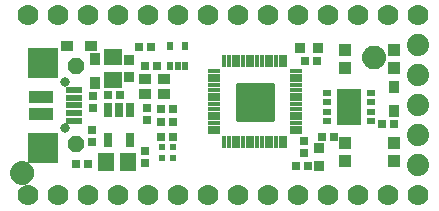
<source format=gbr>
G04 EAGLE Gerber RS-274X export*
G75*
%MOMM*%
%FSLAX34Y34*%
%LPD*%
%INSoldermask Top*%
%IPPOS*%
%AMOC8*
5,1,8,0,0,1.08239X$1,22.5*%
G01*
%ADD10R,1.601600X1.341600*%
%ADD11R,1.341600X1.601600*%
%ADD12R,0.901600X0.901600*%
%ADD13R,0.701600X0.701600*%
%ADD14C,1.101600*%
%ADD15C,0.469900*%
%ADD16C,0.801600*%
%ADD17R,2.514600X2.514600*%
%ADD18P,1.525737X8X112.500000*%
%ADD19P,1.525737X8X292.500000*%
%ADD20R,1.451600X0.501600*%
%ADD21R,2.101600X1.101600*%
%ADD22R,0.651600X1.301600*%
%ADD23R,0.501600X0.801600*%
%ADD24R,1.101600X0.901600*%
%ADD25C,1.778000*%
%ADD26R,0.901600X1.101600*%
%ADD27C,1.879600*%
%ADD28R,0.701600X0.501600*%
%ADD29R,2.101600X3.101600*%
%ADD30R,0.301600X0.976600*%
%ADD31R,0.976600X0.301600*%
%ADD32C,0.429206*%
%ADD33R,1.001600X0.851600*%
%ADD34R,1.001600X1.001600*%
%ADD35R,0.601600X0.601600*%


D10*
X85071Y110819D03*
X85071Y129819D03*
D11*
X97800Y41125D03*
X78800Y41125D03*
D12*
X98825Y112676D03*
X98825Y127676D03*
D13*
X117475Y138049D03*
X107315Y138049D03*
D14*
X306070Y129540D03*
D15*
X313570Y129540D02*
X313568Y129721D01*
X313561Y129902D01*
X313550Y130083D01*
X313535Y130264D01*
X313515Y130444D01*
X313491Y130624D01*
X313463Y130803D01*
X313430Y130981D01*
X313393Y131158D01*
X313352Y131335D01*
X313307Y131510D01*
X313257Y131685D01*
X313203Y131858D01*
X313145Y132029D01*
X313083Y132200D01*
X313016Y132368D01*
X312946Y132535D01*
X312872Y132701D01*
X312793Y132864D01*
X312711Y133025D01*
X312625Y133185D01*
X312535Y133342D01*
X312441Y133497D01*
X312344Y133650D01*
X312242Y133800D01*
X312138Y133948D01*
X312029Y134094D01*
X311918Y134236D01*
X311802Y134376D01*
X311684Y134513D01*
X311562Y134648D01*
X311437Y134779D01*
X311309Y134907D01*
X311178Y135032D01*
X311043Y135154D01*
X310906Y135272D01*
X310766Y135388D01*
X310624Y135499D01*
X310478Y135608D01*
X310330Y135712D01*
X310180Y135814D01*
X310027Y135911D01*
X309872Y136005D01*
X309715Y136095D01*
X309555Y136181D01*
X309394Y136263D01*
X309231Y136342D01*
X309065Y136416D01*
X308898Y136486D01*
X308730Y136553D01*
X308559Y136615D01*
X308388Y136673D01*
X308215Y136727D01*
X308040Y136777D01*
X307865Y136822D01*
X307688Y136863D01*
X307511Y136900D01*
X307333Y136933D01*
X307154Y136961D01*
X306974Y136985D01*
X306794Y137005D01*
X306613Y137020D01*
X306432Y137031D01*
X306251Y137038D01*
X306070Y137040D01*
X313570Y129540D02*
X313568Y129359D01*
X313561Y129178D01*
X313550Y128997D01*
X313535Y128816D01*
X313515Y128636D01*
X313491Y128456D01*
X313463Y128277D01*
X313430Y128099D01*
X313393Y127922D01*
X313352Y127745D01*
X313307Y127570D01*
X313257Y127395D01*
X313203Y127222D01*
X313145Y127051D01*
X313083Y126880D01*
X313016Y126712D01*
X312946Y126545D01*
X312872Y126379D01*
X312793Y126216D01*
X312711Y126055D01*
X312625Y125895D01*
X312535Y125738D01*
X312441Y125583D01*
X312344Y125430D01*
X312242Y125280D01*
X312138Y125132D01*
X312029Y124986D01*
X311918Y124844D01*
X311802Y124704D01*
X311684Y124567D01*
X311562Y124432D01*
X311437Y124301D01*
X311309Y124173D01*
X311178Y124048D01*
X311043Y123926D01*
X310906Y123808D01*
X310766Y123692D01*
X310624Y123581D01*
X310478Y123472D01*
X310330Y123368D01*
X310180Y123266D01*
X310027Y123169D01*
X309872Y123075D01*
X309715Y122985D01*
X309555Y122899D01*
X309394Y122817D01*
X309231Y122738D01*
X309065Y122664D01*
X308898Y122594D01*
X308730Y122527D01*
X308559Y122465D01*
X308388Y122407D01*
X308215Y122353D01*
X308040Y122303D01*
X307865Y122258D01*
X307688Y122217D01*
X307511Y122180D01*
X307333Y122147D01*
X307154Y122119D01*
X306974Y122095D01*
X306794Y122075D01*
X306613Y122060D01*
X306432Y122049D01*
X306251Y122042D01*
X306070Y122040D01*
X305889Y122042D01*
X305708Y122049D01*
X305527Y122060D01*
X305346Y122075D01*
X305166Y122095D01*
X304986Y122119D01*
X304807Y122147D01*
X304629Y122180D01*
X304452Y122217D01*
X304275Y122258D01*
X304100Y122303D01*
X303925Y122353D01*
X303752Y122407D01*
X303581Y122465D01*
X303410Y122527D01*
X303242Y122594D01*
X303075Y122664D01*
X302909Y122738D01*
X302746Y122817D01*
X302585Y122899D01*
X302425Y122985D01*
X302268Y123075D01*
X302113Y123169D01*
X301960Y123266D01*
X301810Y123368D01*
X301662Y123472D01*
X301516Y123581D01*
X301374Y123692D01*
X301234Y123808D01*
X301097Y123926D01*
X300962Y124048D01*
X300831Y124173D01*
X300703Y124301D01*
X300578Y124432D01*
X300456Y124567D01*
X300338Y124704D01*
X300222Y124844D01*
X300111Y124986D01*
X300002Y125132D01*
X299898Y125280D01*
X299796Y125430D01*
X299699Y125583D01*
X299605Y125738D01*
X299515Y125895D01*
X299429Y126055D01*
X299347Y126216D01*
X299268Y126379D01*
X299194Y126545D01*
X299124Y126712D01*
X299057Y126880D01*
X298995Y127051D01*
X298937Y127222D01*
X298883Y127395D01*
X298833Y127570D01*
X298788Y127745D01*
X298747Y127922D01*
X298710Y128099D01*
X298677Y128277D01*
X298649Y128456D01*
X298625Y128636D01*
X298605Y128816D01*
X298590Y128997D01*
X298579Y129178D01*
X298572Y129359D01*
X298570Y129540D01*
X298572Y129721D01*
X298579Y129902D01*
X298590Y130083D01*
X298605Y130264D01*
X298625Y130444D01*
X298649Y130624D01*
X298677Y130803D01*
X298710Y130981D01*
X298747Y131158D01*
X298788Y131335D01*
X298833Y131510D01*
X298883Y131685D01*
X298937Y131858D01*
X298995Y132029D01*
X299057Y132200D01*
X299124Y132368D01*
X299194Y132535D01*
X299268Y132701D01*
X299347Y132864D01*
X299429Y133025D01*
X299515Y133185D01*
X299605Y133342D01*
X299699Y133497D01*
X299796Y133650D01*
X299898Y133800D01*
X300002Y133948D01*
X300111Y134094D01*
X300222Y134236D01*
X300338Y134376D01*
X300456Y134513D01*
X300578Y134648D01*
X300703Y134779D01*
X300831Y134907D01*
X300962Y135032D01*
X301097Y135154D01*
X301234Y135272D01*
X301374Y135388D01*
X301516Y135499D01*
X301662Y135608D01*
X301810Y135712D01*
X301960Y135814D01*
X302113Y135911D01*
X302268Y136005D01*
X302425Y136095D01*
X302585Y136181D01*
X302746Y136263D01*
X302909Y136342D01*
X303075Y136416D01*
X303242Y136486D01*
X303410Y136553D01*
X303581Y136615D01*
X303752Y136673D01*
X303925Y136727D01*
X304100Y136777D01*
X304275Y136822D01*
X304452Y136863D01*
X304629Y136900D01*
X304807Y136933D01*
X304986Y136961D01*
X305166Y136985D01*
X305346Y137005D01*
X305527Y137020D01*
X305708Y137031D01*
X305889Y137038D01*
X306070Y137040D01*
D14*
X8092Y31693D03*
D15*
X15592Y31693D02*
X15590Y31874D01*
X15583Y32055D01*
X15572Y32236D01*
X15557Y32417D01*
X15537Y32597D01*
X15513Y32777D01*
X15485Y32956D01*
X15452Y33134D01*
X15415Y33311D01*
X15374Y33488D01*
X15329Y33663D01*
X15279Y33838D01*
X15225Y34011D01*
X15167Y34182D01*
X15105Y34353D01*
X15038Y34521D01*
X14968Y34688D01*
X14894Y34854D01*
X14815Y35017D01*
X14733Y35178D01*
X14647Y35338D01*
X14557Y35495D01*
X14463Y35650D01*
X14366Y35803D01*
X14264Y35953D01*
X14160Y36101D01*
X14051Y36247D01*
X13940Y36389D01*
X13824Y36529D01*
X13706Y36666D01*
X13584Y36801D01*
X13459Y36932D01*
X13331Y37060D01*
X13200Y37185D01*
X13065Y37307D01*
X12928Y37425D01*
X12788Y37541D01*
X12646Y37652D01*
X12500Y37761D01*
X12352Y37865D01*
X12202Y37967D01*
X12049Y38064D01*
X11894Y38158D01*
X11737Y38248D01*
X11577Y38334D01*
X11416Y38416D01*
X11253Y38495D01*
X11087Y38569D01*
X10920Y38639D01*
X10752Y38706D01*
X10581Y38768D01*
X10410Y38826D01*
X10237Y38880D01*
X10062Y38930D01*
X9887Y38975D01*
X9710Y39016D01*
X9533Y39053D01*
X9355Y39086D01*
X9176Y39114D01*
X8996Y39138D01*
X8816Y39158D01*
X8635Y39173D01*
X8454Y39184D01*
X8273Y39191D01*
X8092Y39193D01*
X15592Y31693D02*
X15590Y31512D01*
X15583Y31331D01*
X15572Y31150D01*
X15557Y30969D01*
X15537Y30789D01*
X15513Y30609D01*
X15485Y30430D01*
X15452Y30252D01*
X15415Y30075D01*
X15374Y29898D01*
X15329Y29723D01*
X15279Y29548D01*
X15225Y29375D01*
X15167Y29204D01*
X15105Y29033D01*
X15038Y28865D01*
X14968Y28698D01*
X14894Y28532D01*
X14815Y28369D01*
X14733Y28208D01*
X14647Y28048D01*
X14557Y27891D01*
X14463Y27736D01*
X14366Y27583D01*
X14264Y27433D01*
X14160Y27285D01*
X14051Y27139D01*
X13940Y26997D01*
X13824Y26857D01*
X13706Y26720D01*
X13584Y26585D01*
X13459Y26454D01*
X13331Y26326D01*
X13200Y26201D01*
X13065Y26079D01*
X12928Y25961D01*
X12788Y25845D01*
X12646Y25734D01*
X12500Y25625D01*
X12352Y25521D01*
X12202Y25419D01*
X12049Y25322D01*
X11894Y25228D01*
X11737Y25138D01*
X11577Y25052D01*
X11416Y24970D01*
X11253Y24891D01*
X11087Y24817D01*
X10920Y24747D01*
X10752Y24680D01*
X10581Y24618D01*
X10410Y24560D01*
X10237Y24506D01*
X10062Y24456D01*
X9887Y24411D01*
X9710Y24370D01*
X9533Y24333D01*
X9355Y24300D01*
X9176Y24272D01*
X8996Y24248D01*
X8816Y24228D01*
X8635Y24213D01*
X8454Y24202D01*
X8273Y24195D01*
X8092Y24193D01*
X7911Y24195D01*
X7730Y24202D01*
X7549Y24213D01*
X7368Y24228D01*
X7188Y24248D01*
X7008Y24272D01*
X6829Y24300D01*
X6651Y24333D01*
X6474Y24370D01*
X6297Y24411D01*
X6122Y24456D01*
X5947Y24506D01*
X5774Y24560D01*
X5603Y24618D01*
X5432Y24680D01*
X5264Y24747D01*
X5097Y24817D01*
X4931Y24891D01*
X4768Y24970D01*
X4607Y25052D01*
X4447Y25138D01*
X4290Y25228D01*
X4135Y25322D01*
X3982Y25419D01*
X3832Y25521D01*
X3684Y25625D01*
X3538Y25734D01*
X3396Y25845D01*
X3256Y25961D01*
X3119Y26079D01*
X2984Y26201D01*
X2853Y26326D01*
X2725Y26454D01*
X2600Y26585D01*
X2478Y26720D01*
X2360Y26857D01*
X2244Y26997D01*
X2133Y27139D01*
X2024Y27285D01*
X1920Y27433D01*
X1818Y27583D01*
X1721Y27736D01*
X1627Y27891D01*
X1537Y28048D01*
X1451Y28208D01*
X1369Y28369D01*
X1290Y28532D01*
X1216Y28698D01*
X1146Y28865D01*
X1079Y29033D01*
X1017Y29204D01*
X959Y29375D01*
X905Y29548D01*
X855Y29723D01*
X810Y29898D01*
X769Y30075D01*
X732Y30252D01*
X699Y30430D01*
X671Y30609D01*
X647Y30789D01*
X627Y30969D01*
X612Y31150D01*
X601Y31331D01*
X594Y31512D01*
X592Y31693D01*
X594Y31874D01*
X601Y32055D01*
X612Y32236D01*
X627Y32417D01*
X647Y32597D01*
X671Y32777D01*
X699Y32956D01*
X732Y33134D01*
X769Y33311D01*
X810Y33488D01*
X855Y33663D01*
X905Y33838D01*
X959Y34011D01*
X1017Y34182D01*
X1079Y34353D01*
X1146Y34521D01*
X1216Y34688D01*
X1290Y34854D01*
X1369Y35017D01*
X1451Y35178D01*
X1537Y35338D01*
X1627Y35495D01*
X1721Y35650D01*
X1818Y35803D01*
X1920Y35953D01*
X2024Y36101D01*
X2133Y36247D01*
X2244Y36389D01*
X2360Y36529D01*
X2478Y36666D01*
X2600Y36801D01*
X2725Y36932D01*
X2853Y37060D01*
X2984Y37185D01*
X3119Y37307D01*
X3256Y37425D01*
X3396Y37541D01*
X3538Y37652D01*
X3684Y37761D01*
X3832Y37865D01*
X3982Y37967D01*
X4135Y38064D01*
X4290Y38158D01*
X4447Y38248D01*
X4607Y38334D01*
X4768Y38416D01*
X4931Y38495D01*
X5097Y38569D01*
X5264Y38639D01*
X5432Y38706D01*
X5603Y38768D01*
X5774Y38826D01*
X5947Y38880D01*
X6122Y38930D01*
X6297Y38975D01*
X6474Y39016D01*
X6651Y39053D01*
X6829Y39086D01*
X7008Y39114D01*
X7188Y39138D01*
X7368Y39158D01*
X7549Y39173D01*
X7730Y39184D01*
X7911Y39191D01*
X8092Y39193D01*
D16*
X44450Y108400D03*
X44450Y69400D03*
D17*
X25450Y52900D03*
X25450Y124900D03*
D18*
X53450Y121900D03*
D19*
X53450Y55900D03*
D20*
X52200Y101900D03*
X52200Y95400D03*
X52200Y88900D03*
X52200Y82400D03*
X52200Y75900D03*
D21*
X24450Y96400D03*
X24450Y81400D03*
D22*
X99670Y85391D03*
X90170Y85391D03*
X80670Y85391D03*
X80670Y59389D03*
X99670Y59389D03*
D13*
X91059Y97790D03*
X80899Y97790D03*
D23*
X133200Y122310D03*
X139700Y122310D03*
X146200Y122310D03*
X146200Y139310D03*
X133200Y139310D03*
D24*
X46134Y138938D03*
X66134Y138938D03*
D25*
X12700Y165100D03*
X38100Y165100D03*
X63500Y165100D03*
X88900Y165100D03*
X114300Y165100D03*
X139700Y165100D03*
X165100Y165100D03*
X190500Y165100D03*
X215900Y165100D03*
X241300Y165100D03*
X266700Y165100D03*
X292100Y165100D03*
X317500Y165100D03*
X342900Y165100D03*
X342900Y12700D03*
X317500Y12700D03*
X292100Y12700D03*
X266700Y12700D03*
X241300Y12700D03*
X215900Y12700D03*
X190500Y12700D03*
X165100Y12700D03*
X139700Y12700D03*
X114300Y12700D03*
X88900Y12700D03*
X63500Y12700D03*
X38100Y12700D03*
X12700Y12700D03*
D26*
X69850Y107983D03*
X69850Y127983D03*
D27*
X342900Y38100D03*
X342900Y63500D03*
X342900Y88900D03*
X342900Y114300D03*
X342900Y139700D03*
D28*
X303107Y75630D03*
X303107Y83630D03*
X303107Y91630D03*
X303107Y99630D03*
X266107Y99630D03*
X266107Y91630D03*
X266107Y83630D03*
X266107Y75630D03*
D29*
X284607Y87630D03*
D13*
X247904Y126365D03*
X258064Y126365D03*
D12*
X243205Y137668D03*
X258445Y137668D03*
D13*
X272415Y62230D03*
X262255Y62230D03*
D30*
X231105Y126575D03*
X227105Y126575D03*
X223105Y126575D03*
X219105Y126575D03*
X215105Y126575D03*
X211105Y126575D03*
X207105Y126575D03*
X203105Y126575D03*
X199105Y126575D03*
X195105Y126575D03*
X191105Y126575D03*
X187105Y126575D03*
X183105Y126575D03*
X179105Y126575D03*
D31*
X170605Y118075D03*
X170605Y114075D03*
X170605Y110075D03*
X170605Y106075D03*
X170605Y102075D03*
X170605Y98075D03*
X170605Y94075D03*
X170605Y90075D03*
X170605Y86075D03*
X170605Y82075D03*
X170605Y78075D03*
X170605Y74075D03*
X170605Y70075D03*
X170605Y66075D03*
D30*
X179105Y57575D03*
X183105Y57575D03*
X187105Y57575D03*
X191105Y57575D03*
X195105Y57575D03*
X199105Y57575D03*
X203105Y57575D03*
X207105Y57575D03*
X211105Y57575D03*
X215105Y57575D03*
X219105Y57575D03*
X223105Y57575D03*
X227105Y57575D03*
X231105Y57575D03*
D31*
X239605Y66075D03*
X239605Y70075D03*
X239605Y74075D03*
X239605Y78075D03*
X239605Y82075D03*
X239605Y86075D03*
X239605Y90075D03*
X239605Y94075D03*
X239605Y98075D03*
X239605Y102075D03*
X239605Y106075D03*
X239605Y110075D03*
X239605Y114075D03*
X239605Y118075D03*
D32*
X190743Y106437D02*
X190743Y77713D01*
X190743Y106437D02*
X219467Y106437D01*
X219467Y77713D01*
X190743Y77713D01*
X190743Y81790D02*
X219467Y81790D01*
X219467Y85867D02*
X190743Y85867D01*
X190743Y89944D02*
X219467Y89944D01*
X219467Y94021D02*
X190743Y94021D01*
X190743Y98098D02*
X219467Y98098D01*
X219467Y102175D02*
X190743Y102175D01*
X190743Y106252D02*
X219467Y106252D01*
D13*
X64135Y39370D03*
X53975Y39370D03*
D33*
X111765Y98398D03*
X128265Y98398D03*
X128265Y110898D03*
X111765Y110898D03*
D13*
X246761Y48768D03*
X246761Y58928D03*
X125857Y62484D03*
X136017Y62484D03*
D12*
X259715Y52959D03*
X259715Y37719D03*
D13*
X112395Y40005D03*
X112395Y50165D03*
X136017Y74676D03*
X125857Y74676D03*
X240030Y37973D03*
X250190Y37973D03*
X111887Y121920D03*
X122047Y121920D03*
X114173Y76327D03*
X114173Y86487D03*
X125349Y86233D03*
X135509Y86233D03*
D34*
X281760Y41530D03*
X281760Y57530D03*
X322760Y57530D03*
X322760Y41530D03*
X281760Y120270D03*
X281760Y136270D03*
X322760Y136270D03*
X322760Y120270D03*
D13*
X312801Y72898D03*
X322961Y72898D03*
D35*
X135437Y54022D03*
X126437Y54022D03*
X126437Y44022D03*
X135437Y44022D03*
D13*
X67310Y67945D03*
X67310Y57785D03*
X68326Y97282D03*
X68326Y87122D03*
D26*
X323342Y84488D03*
X323342Y104488D03*
M02*

</source>
